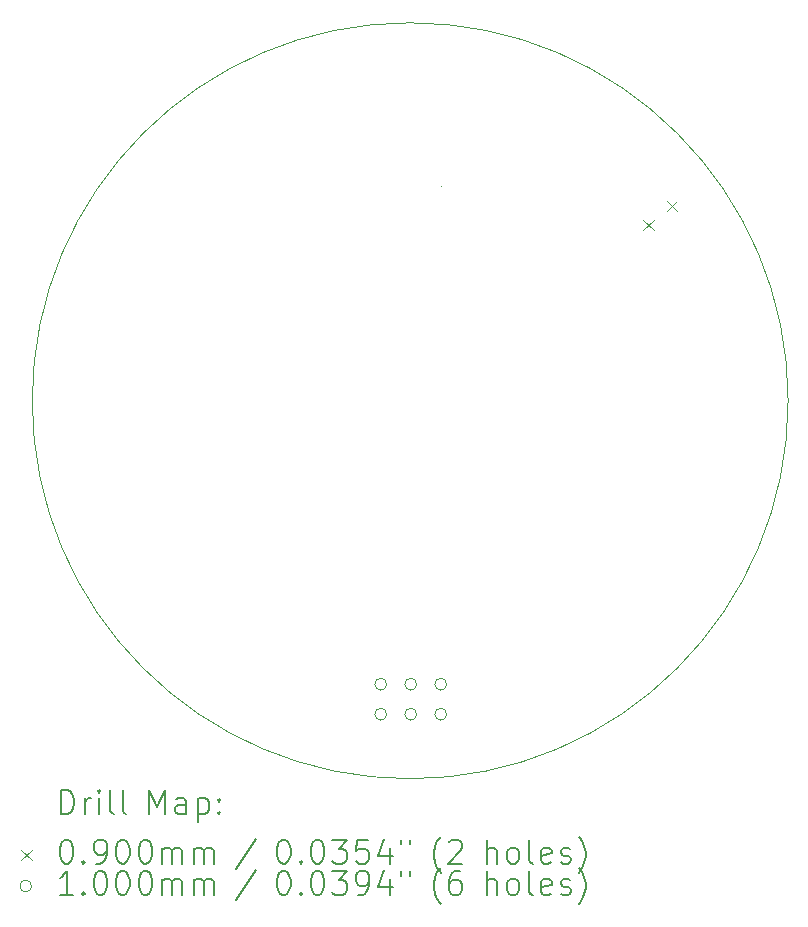
<source format=gbr>
%TF.GenerationSoftware,KiCad,Pcbnew,(6.99.0-2452-gdb4f2d9dd8)*%
%TF.CreationDate,2022-08-01T20:43:09-05:00*%
%TF.ProjectId,HAS,4841532e-6b69-4636-9164-5f7063625858,rev?*%
%TF.SameCoordinates,Original*%
%TF.FileFunction,Drillmap*%
%TF.FilePolarity,Positive*%
%FSLAX45Y45*%
G04 Gerber Fmt 4.5, Leading zero omitted, Abs format (unit mm)*
G04 Created by KiCad (PCBNEW (6.99.0-2452-gdb4f2d9dd8)) date 2022-08-01 20:43:09*
%MOMM*%
%LPD*%
G01*
G04 APERTURE LIST*
%ADD10C,0.100000*%
%ADD11C,0.200000*%
%ADD12C,0.090000*%
G04 APERTURE END LIST*
D10*
X16260000Y-8180000D02*
G75*
G03*
X16260000Y-8180000I0J0D01*
G01*
X19200000Y-10000000D02*
G75*
G03*
X19200000Y-10000000I-3200000J0D01*
G01*
D11*
D12*
X17974594Y-8466633D02*
X18064594Y-8556633D01*
X18064594Y-8466633D02*
X17974594Y-8556633D01*
X18171989Y-8306785D02*
X18261989Y-8396785D01*
X18261989Y-8306785D02*
X18171989Y-8396785D01*
D10*
X15800000Y-12400000D02*
G75*
G03*
X15800000Y-12400000I-50000J0D01*
G01*
X15800000Y-12654000D02*
G75*
G03*
X15800000Y-12654000I-50000J0D01*
G01*
X16054000Y-12400000D02*
G75*
G03*
X16054000Y-12400000I-50000J0D01*
G01*
X16054000Y-12654000D02*
G75*
G03*
X16054000Y-12654000I-50000J0D01*
G01*
X16308000Y-12400000D02*
G75*
G03*
X16308000Y-12400000I-50000J0D01*
G01*
X16308000Y-12654000D02*
G75*
G03*
X16308000Y-12654000I-50000J0D01*
G01*
D11*
X13042619Y-13498476D02*
X13042619Y-13298476D01*
X13042619Y-13298476D02*
X13090238Y-13298476D01*
X13090238Y-13298476D02*
X13118809Y-13308000D01*
X13118809Y-13308000D02*
X13137857Y-13327048D01*
X13137857Y-13327048D02*
X13147381Y-13346095D01*
X13147381Y-13346095D02*
X13156905Y-13384190D01*
X13156905Y-13384190D02*
X13156905Y-13412762D01*
X13156905Y-13412762D02*
X13147381Y-13450857D01*
X13147381Y-13450857D02*
X13137857Y-13469905D01*
X13137857Y-13469905D02*
X13118809Y-13488952D01*
X13118809Y-13488952D02*
X13090238Y-13498476D01*
X13090238Y-13498476D02*
X13042619Y-13498476D01*
X13242619Y-13498476D02*
X13242619Y-13365143D01*
X13242619Y-13403238D02*
X13252143Y-13384190D01*
X13252143Y-13384190D02*
X13261667Y-13374667D01*
X13261667Y-13374667D02*
X13280714Y-13365143D01*
X13280714Y-13365143D02*
X13299762Y-13365143D01*
X13366428Y-13498476D02*
X13366428Y-13365143D01*
X13366428Y-13298476D02*
X13356905Y-13308000D01*
X13356905Y-13308000D02*
X13366428Y-13317524D01*
X13366428Y-13317524D02*
X13375952Y-13308000D01*
X13375952Y-13308000D02*
X13366428Y-13298476D01*
X13366428Y-13298476D02*
X13366428Y-13317524D01*
X13490238Y-13498476D02*
X13471190Y-13488952D01*
X13471190Y-13488952D02*
X13461667Y-13469905D01*
X13461667Y-13469905D02*
X13461667Y-13298476D01*
X13595000Y-13498476D02*
X13575952Y-13488952D01*
X13575952Y-13488952D02*
X13566428Y-13469905D01*
X13566428Y-13469905D02*
X13566428Y-13298476D01*
X13791190Y-13498476D02*
X13791190Y-13298476D01*
X13791190Y-13298476D02*
X13857857Y-13441333D01*
X13857857Y-13441333D02*
X13924524Y-13298476D01*
X13924524Y-13298476D02*
X13924524Y-13498476D01*
X14105476Y-13498476D02*
X14105476Y-13393714D01*
X14105476Y-13393714D02*
X14095952Y-13374667D01*
X14095952Y-13374667D02*
X14076905Y-13365143D01*
X14076905Y-13365143D02*
X14038809Y-13365143D01*
X14038809Y-13365143D02*
X14019762Y-13374667D01*
X14105476Y-13488952D02*
X14086428Y-13498476D01*
X14086428Y-13498476D02*
X14038809Y-13498476D01*
X14038809Y-13498476D02*
X14019762Y-13488952D01*
X14019762Y-13488952D02*
X14010238Y-13469905D01*
X14010238Y-13469905D02*
X14010238Y-13450857D01*
X14010238Y-13450857D02*
X14019762Y-13431809D01*
X14019762Y-13431809D02*
X14038809Y-13422286D01*
X14038809Y-13422286D02*
X14086428Y-13422286D01*
X14086428Y-13422286D02*
X14105476Y-13412762D01*
X14200714Y-13365143D02*
X14200714Y-13565143D01*
X14200714Y-13374667D02*
X14219762Y-13365143D01*
X14219762Y-13365143D02*
X14257857Y-13365143D01*
X14257857Y-13365143D02*
X14276905Y-13374667D01*
X14276905Y-13374667D02*
X14286428Y-13384190D01*
X14286428Y-13384190D02*
X14295952Y-13403238D01*
X14295952Y-13403238D02*
X14295952Y-13460381D01*
X14295952Y-13460381D02*
X14286428Y-13479428D01*
X14286428Y-13479428D02*
X14276905Y-13488952D01*
X14276905Y-13488952D02*
X14257857Y-13498476D01*
X14257857Y-13498476D02*
X14219762Y-13498476D01*
X14219762Y-13498476D02*
X14200714Y-13488952D01*
X14381667Y-13479428D02*
X14391190Y-13488952D01*
X14391190Y-13488952D02*
X14381667Y-13498476D01*
X14381667Y-13498476D02*
X14372143Y-13488952D01*
X14372143Y-13488952D02*
X14381667Y-13479428D01*
X14381667Y-13479428D02*
X14381667Y-13498476D01*
X14381667Y-13374667D02*
X14391190Y-13384190D01*
X14391190Y-13384190D02*
X14381667Y-13393714D01*
X14381667Y-13393714D02*
X14372143Y-13384190D01*
X14372143Y-13384190D02*
X14381667Y-13374667D01*
X14381667Y-13374667D02*
X14381667Y-13393714D01*
D12*
X12705000Y-13800000D02*
X12795000Y-13890000D01*
X12795000Y-13800000D02*
X12705000Y-13890000D01*
D11*
X13080714Y-13718476D02*
X13099762Y-13718476D01*
X13099762Y-13718476D02*
X13118809Y-13728000D01*
X13118809Y-13728000D02*
X13128333Y-13737524D01*
X13128333Y-13737524D02*
X13137857Y-13756571D01*
X13137857Y-13756571D02*
X13147381Y-13794667D01*
X13147381Y-13794667D02*
X13147381Y-13842286D01*
X13147381Y-13842286D02*
X13137857Y-13880381D01*
X13137857Y-13880381D02*
X13128333Y-13899428D01*
X13128333Y-13899428D02*
X13118809Y-13908952D01*
X13118809Y-13908952D02*
X13099762Y-13918476D01*
X13099762Y-13918476D02*
X13080714Y-13918476D01*
X13080714Y-13918476D02*
X13061667Y-13908952D01*
X13061667Y-13908952D02*
X13052143Y-13899428D01*
X13052143Y-13899428D02*
X13042619Y-13880381D01*
X13042619Y-13880381D02*
X13033095Y-13842286D01*
X13033095Y-13842286D02*
X13033095Y-13794667D01*
X13033095Y-13794667D02*
X13042619Y-13756571D01*
X13042619Y-13756571D02*
X13052143Y-13737524D01*
X13052143Y-13737524D02*
X13061667Y-13728000D01*
X13061667Y-13728000D02*
X13080714Y-13718476D01*
X13233095Y-13899428D02*
X13242619Y-13908952D01*
X13242619Y-13908952D02*
X13233095Y-13918476D01*
X13233095Y-13918476D02*
X13223571Y-13908952D01*
X13223571Y-13908952D02*
X13233095Y-13899428D01*
X13233095Y-13899428D02*
X13233095Y-13918476D01*
X13337857Y-13918476D02*
X13375952Y-13918476D01*
X13375952Y-13918476D02*
X13395000Y-13908952D01*
X13395000Y-13908952D02*
X13404524Y-13899428D01*
X13404524Y-13899428D02*
X13423571Y-13870857D01*
X13423571Y-13870857D02*
X13433095Y-13832762D01*
X13433095Y-13832762D02*
X13433095Y-13756571D01*
X13433095Y-13756571D02*
X13423571Y-13737524D01*
X13423571Y-13737524D02*
X13414048Y-13728000D01*
X13414048Y-13728000D02*
X13395000Y-13718476D01*
X13395000Y-13718476D02*
X13356905Y-13718476D01*
X13356905Y-13718476D02*
X13337857Y-13728000D01*
X13337857Y-13728000D02*
X13328333Y-13737524D01*
X13328333Y-13737524D02*
X13318809Y-13756571D01*
X13318809Y-13756571D02*
X13318809Y-13804190D01*
X13318809Y-13804190D02*
X13328333Y-13823238D01*
X13328333Y-13823238D02*
X13337857Y-13832762D01*
X13337857Y-13832762D02*
X13356905Y-13842286D01*
X13356905Y-13842286D02*
X13395000Y-13842286D01*
X13395000Y-13842286D02*
X13414048Y-13832762D01*
X13414048Y-13832762D02*
X13423571Y-13823238D01*
X13423571Y-13823238D02*
X13433095Y-13804190D01*
X13556905Y-13718476D02*
X13575952Y-13718476D01*
X13575952Y-13718476D02*
X13595000Y-13728000D01*
X13595000Y-13728000D02*
X13604524Y-13737524D01*
X13604524Y-13737524D02*
X13614048Y-13756571D01*
X13614048Y-13756571D02*
X13623571Y-13794667D01*
X13623571Y-13794667D02*
X13623571Y-13842286D01*
X13623571Y-13842286D02*
X13614048Y-13880381D01*
X13614048Y-13880381D02*
X13604524Y-13899428D01*
X13604524Y-13899428D02*
X13595000Y-13908952D01*
X13595000Y-13908952D02*
X13575952Y-13918476D01*
X13575952Y-13918476D02*
X13556905Y-13918476D01*
X13556905Y-13918476D02*
X13537857Y-13908952D01*
X13537857Y-13908952D02*
X13528333Y-13899428D01*
X13528333Y-13899428D02*
X13518809Y-13880381D01*
X13518809Y-13880381D02*
X13509286Y-13842286D01*
X13509286Y-13842286D02*
X13509286Y-13794667D01*
X13509286Y-13794667D02*
X13518809Y-13756571D01*
X13518809Y-13756571D02*
X13528333Y-13737524D01*
X13528333Y-13737524D02*
X13537857Y-13728000D01*
X13537857Y-13728000D02*
X13556905Y-13718476D01*
X13747381Y-13718476D02*
X13766429Y-13718476D01*
X13766429Y-13718476D02*
X13785476Y-13728000D01*
X13785476Y-13728000D02*
X13795000Y-13737524D01*
X13795000Y-13737524D02*
X13804524Y-13756571D01*
X13804524Y-13756571D02*
X13814048Y-13794667D01*
X13814048Y-13794667D02*
X13814048Y-13842286D01*
X13814048Y-13842286D02*
X13804524Y-13880381D01*
X13804524Y-13880381D02*
X13795000Y-13899428D01*
X13795000Y-13899428D02*
X13785476Y-13908952D01*
X13785476Y-13908952D02*
X13766429Y-13918476D01*
X13766429Y-13918476D02*
X13747381Y-13918476D01*
X13747381Y-13918476D02*
X13728333Y-13908952D01*
X13728333Y-13908952D02*
X13718809Y-13899428D01*
X13718809Y-13899428D02*
X13709286Y-13880381D01*
X13709286Y-13880381D02*
X13699762Y-13842286D01*
X13699762Y-13842286D02*
X13699762Y-13794667D01*
X13699762Y-13794667D02*
X13709286Y-13756571D01*
X13709286Y-13756571D02*
X13718809Y-13737524D01*
X13718809Y-13737524D02*
X13728333Y-13728000D01*
X13728333Y-13728000D02*
X13747381Y-13718476D01*
X13899762Y-13918476D02*
X13899762Y-13785143D01*
X13899762Y-13804190D02*
X13909286Y-13794667D01*
X13909286Y-13794667D02*
X13928333Y-13785143D01*
X13928333Y-13785143D02*
X13956905Y-13785143D01*
X13956905Y-13785143D02*
X13975952Y-13794667D01*
X13975952Y-13794667D02*
X13985476Y-13813714D01*
X13985476Y-13813714D02*
X13985476Y-13918476D01*
X13985476Y-13813714D02*
X13995000Y-13794667D01*
X13995000Y-13794667D02*
X14014048Y-13785143D01*
X14014048Y-13785143D02*
X14042619Y-13785143D01*
X14042619Y-13785143D02*
X14061667Y-13794667D01*
X14061667Y-13794667D02*
X14071190Y-13813714D01*
X14071190Y-13813714D02*
X14071190Y-13918476D01*
X14166429Y-13918476D02*
X14166429Y-13785143D01*
X14166429Y-13804190D02*
X14175952Y-13794667D01*
X14175952Y-13794667D02*
X14195000Y-13785143D01*
X14195000Y-13785143D02*
X14223571Y-13785143D01*
X14223571Y-13785143D02*
X14242619Y-13794667D01*
X14242619Y-13794667D02*
X14252143Y-13813714D01*
X14252143Y-13813714D02*
X14252143Y-13918476D01*
X14252143Y-13813714D02*
X14261667Y-13794667D01*
X14261667Y-13794667D02*
X14280714Y-13785143D01*
X14280714Y-13785143D02*
X14309286Y-13785143D01*
X14309286Y-13785143D02*
X14328333Y-13794667D01*
X14328333Y-13794667D02*
X14337857Y-13813714D01*
X14337857Y-13813714D02*
X14337857Y-13918476D01*
X14695952Y-13708952D02*
X14524524Y-13966095D01*
X14920714Y-13718476D02*
X14939762Y-13718476D01*
X14939762Y-13718476D02*
X14958810Y-13728000D01*
X14958810Y-13728000D02*
X14968333Y-13737524D01*
X14968333Y-13737524D02*
X14977857Y-13756571D01*
X14977857Y-13756571D02*
X14987381Y-13794667D01*
X14987381Y-13794667D02*
X14987381Y-13842286D01*
X14987381Y-13842286D02*
X14977857Y-13880381D01*
X14977857Y-13880381D02*
X14968333Y-13899428D01*
X14968333Y-13899428D02*
X14958810Y-13908952D01*
X14958810Y-13908952D02*
X14939762Y-13918476D01*
X14939762Y-13918476D02*
X14920714Y-13918476D01*
X14920714Y-13918476D02*
X14901667Y-13908952D01*
X14901667Y-13908952D02*
X14892143Y-13899428D01*
X14892143Y-13899428D02*
X14882619Y-13880381D01*
X14882619Y-13880381D02*
X14873095Y-13842286D01*
X14873095Y-13842286D02*
X14873095Y-13794667D01*
X14873095Y-13794667D02*
X14882619Y-13756571D01*
X14882619Y-13756571D02*
X14892143Y-13737524D01*
X14892143Y-13737524D02*
X14901667Y-13728000D01*
X14901667Y-13728000D02*
X14920714Y-13718476D01*
X15073095Y-13899428D02*
X15082619Y-13908952D01*
X15082619Y-13908952D02*
X15073095Y-13918476D01*
X15073095Y-13918476D02*
X15063571Y-13908952D01*
X15063571Y-13908952D02*
X15073095Y-13899428D01*
X15073095Y-13899428D02*
X15073095Y-13918476D01*
X15206429Y-13718476D02*
X15225476Y-13718476D01*
X15225476Y-13718476D02*
X15244524Y-13728000D01*
X15244524Y-13728000D02*
X15254048Y-13737524D01*
X15254048Y-13737524D02*
X15263571Y-13756571D01*
X15263571Y-13756571D02*
X15273095Y-13794667D01*
X15273095Y-13794667D02*
X15273095Y-13842286D01*
X15273095Y-13842286D02*
X15263571Y-13880381D01*
X15263571Y-13880381D02*
X15254048Y-13899428D01*
X15254048Y-13899428D02*
X15244524Y-13908952D01*
X15244524Y-13908952D02*
X15225476Y-13918476D01*
X15225476Y-13918476D02*
X15206429Y-13918476D01*
X15206429Y-13918476D02*
X15187381Y-13908952D01*
X15187381Y-13908952D02*
X15177857Y-13899428D01*
X15177857Y-13899428D02*
X15168333Y-13880381D01*
X15168333Y-13880381D02*
X15158810Y-13842286D01*
X15158810Y-13842286D02*
X15158810Y-13794667D01*
X15158810Y-13794667D02*
X15168333Y-13756571D01*
X15168333Y-13756571D02*
X15177857Y-13737524D01*
X15177857Y-13737524D02*
X15187381Y-13728000D01*
X15187381Y-13728000D02*
X15206429Y-13718476D01*
X15339762Y-13718476D02*
X15463571Y-13718476D01*
X15463571Y-13718476D02*
X15396905Y-13794667D01*
X15396905Y-13794667D02*
X15425476Y-13794667D01*
X15425476Y-13794667D02*
X15444524Y-13804190D01*
X15444524Y-13804190D02*
X15454048Y-13813714D01*
X15454048Y-13813714D02*
X15463571Y-13832762D01*
X15463571Y-13832762D02*
X15463571Y-13880381D01*
X15463571Y-13880381D02*
X15454048Y-13899428D01*
X15454048Y-13899428D02*
X15444524Y-13908952D01*
X15444524Y-13908952D02*
X15425476Y-13918476D01*
X15425476Y-13918476D02*
X15368333Y-13918476D01*
X15368333Y-13918476D02*
X15349286Y-13908952D01*
X15349286Y-13908952D02*
X15339762Y-13899428D01*
X15644524Y-13718476D02*
X15549286Y-13718476D01*
X15549286Y-13718476D02*
X15539762Y-13813714D01*
X15539762Y-13813714D02*
X15549286Y-13804190D01*
X15549286Y-13804190D02*
X15568333Y-13794667D01*
X15568333Y-13794667D02*
X15615952Y-13794667D01*
X15615952Y-13794667D02*
X15635000Y-13804190D01*
X15635000Y-13804190D02*
X15644524Y-13813714D01*
X15644524Y-13813714D02*
X15654048Y-13832762D01*
X15654048Y-13832762D02*
X15654048Y-13880381D01*
X15654048Y-13880381D02*
X15644524Y-13899428D01*
X15644524Y-13899428D02*
X15635000Y-13908952D01*
X15635000Y-13908952D02*
X15615952Y-13918476D01*
X15615952Y-13918476D02*
X15568333Y-13918476D01*
X15568333Y-13918476D02*
X15549286Y-13908952D01*
X15549286Y-13908952D02*
X15539762Y-13899428D01*
X15825476Y-13785143D02*
X15825476Y-13918476D01*
X15777857Y-13708952D02*
X15730238Y-13851809D01*
X15730238Y-13851809D02*
X15854048Y-13851809D01*
X15920714Y-13718476D02*
X15920714Y-13756571D01*
X15996905Y-13718476D02*
X15996905Y-13756571D01*
X16259762Y-13994667D02*
X16250238Y-13985143D01*
X16250238Y-13985143D02*
X16231191Y-13956571D01*
X16231191Y-13956571D02*
X16221667Y-13937524D01*
X16221667Y-13937524D02*
X16212143Y-13908952D01*
X16212143Y-13908952D02*
X16202619Y-13861333D01*
X16202619Y-13861333D02*
X16202619Y-13823238D01*
X16202619Y-13823238D02*
X16212143Y-13775619D01*
X16212143Y-13775619D02*
X16221667Y-13747048D01*
X16221667Y-13747048D02*
X16231191Y-13728000D01*
X16231191Y-13728000D02*
X16250238Y-13699428D01*
X16250238Y-13699428D02*
X16259762Y-13689905D01*
X16326429Y-13737524D02*
X16335952Y-13728000D01*
X16335952Y-13728000D02*
X16355000Y-13718476D01*
X16355000Y-13718476D02*
X16402619Y-13718476D01*
X16402619Y-13718476D02*
X16421667Y-13728000D01*
X16421667Y-13728000D02*
X16431191Y-13737524D01*
X16431191Y-13737524D02*
X16440714Y-13756571D01*
X16440714Y-13756571D02*
X16440714Y-13775619D01*
X16440714Y-13775619D02*
X16431191Y-13804190D01*
X16431191Y-13804190D02*
X16316905Y-13918476D01*
X16316905Y-13918476D02*
X16440714Y-13918476D01*
X16646429Y-13918476D02*
X16646429Y-13718476D01*
X16732143Y-13918476D02*
X16732143Y-13813714D01*
X16732143Y-13813714D02*
X16722619Y-13794667D01*
X16722619Y-13794667D02*
X16703572Y-13785143D01*
X16703572Y-13785143D02*
X16675000Y-13785143D01*
X16675000Y-13785143D02*
X16655952Y-13794667D01*
X16655952Y-13794667D02*
X16646429Y-13804190D01*
X16855953Y-13918476D02*
X16836905Y-13908952D01*
X16836905Y-13908952D02*
X16827381Y-13899428D01*
X16827381Y-13899428D02*
X16817857Y-13880381D01*
X16817857Y-13880381D02*
X16817857Y-13823238D01*
X16817857Y-13823238D02*
X16827381Y-13804190D01*
X16827381Y-13804190D02*
X16836905Y-13794667D01*
X16836905Y-13794667D02*
X16855953Y-13785143D01*
X16855953Y-13785143D02*
X16884524Y-13785143D01*
X16884524Y-13785143D02*
X16903572Y-13794667D01*
X16903572Y-13794667D02*
X16913095Y-13804190D01*
X16913095Y-13804190D02*
X16922619Y-13823238D01*
X16922619Y-13823238D02*
X16922619Y-13880381D01*
X16922619Y-13880381D02*
X16913095Y-13899428D01*
X16913095Y-13899428D02*
X16903572Y-13908952D01*
X16903572Y-13908952D02*
X16884524Y-13918476D01*
X16884524Y-13918476D02*
X16855953Y-13918476D01*
X17036905Y-13918476D02*
X17017857Y-13908952D01*
X17017857Y-13908952D02*
X17008334Y-13889905D01*
X17008334Y-13889905D02*
X17008334Y-13718476D01*
X17189286Y-13908952D02*
X17170238Y-13918476D01*
X17170238Y-13918476D02*
X17132143Y-13918476D01*
X17132143Y-13918476D02*
X17113095Y-13908952D01*
X17113095Y-13908952D02*
X17103572Y-13889905D01*
X17103572Y-13889905D02*
X17103572Y-13813714D01*
X17103572Y-13813714D02*
X17113095Y-13794667D01*
X17113095Y-13794667D02*
X17132143Y-13785143D01*
X17132143Y-13785143D02*
X17170238Y-13785143D01*
X17170238Y-13785143D02*
X17189286Y-13794667D01*
X17189286Y-13794667D02*
X17198810Y-13813714D01*
X17198810Y-13813714D02*
X17198810Y-13832762D01*
X17198810Y-13832762D02*
X17103572Y-13851809D01*
X17275000Y-13908952D02*
X17294048Y-13918476D01*
X17294048Y-13918476D02*
X17332143Y-13918476D01*
X17332143Y-13918476D02*
X17351191Y-13908952D01*
X17351191Y-13908952D02*
X17360715Y-13889905D01*
X17360715Y-13889905D02*
X17360715Y-13880381D01*
X17360715Y-13880381D02*
X17351191Y-13861333D01*
X17351191Y-13861333D02*
X17332143Y-13851809D01*
X17332143Y-13851809D02*
X17303572Y-13851809D01*
X17303572Y-13851809D02*
X17284524Y-13842286D01*
X17284524Y-13842286D02*
X17275000Y-13823238D01*
X17275000Y-13823238D02*
X17275000Y-13813714D01*
X17275000Y-13813714D02*
X17284524Y-13794667D01*
X17284524Y-13794667D02*
X17303572Y-13785143D01*
X17303572Y-13785143D02*
X17332143Y-13785143D01*
X17332143Y-13785143D02*
X17351191Y-13794667D01*
X17427381Y-13994667D02*
X17436905Y-13985143D01*
X17436905Y-13985143D02*
X17455953Y-13956571D01*
X17455953Y-13956571D02*
X17465476Y-13937524D01*
X17465476Y-13937524D02*
X17475000Y-13908952D01*
X17475000Y-13908952D02*
X17484524Y-13861333D01*
X17484524Y-13861333D02*
X17484524Y-13823238D01*
X17484524Y-13823238D02*
X17475000Y-13775619D01*
X17475000Y-13775619D02*
X17465476Y-13747048D01*
X17465476Y-13747048D02*
X17455953Y-13728000D01*
X17455953Y-13728000D02*
X17436905Y-13699428D01*
X17436905Y-13699428D02*
X17427381Y-13689905D01*
D10*
X12795000Y-14109000D02*
G75*
G03*
X12795000Y-14109000I-50000J0D01*
G01*
D11*
X13147381Y-14182476D02*
X13033095Y-14182476D01*
X13090238Y-14182476D02*
X13090238Y-13982476D01*
X13090238Y-13982476D02*
X13071190Y-14011048D01*
X13071190Y-14011048D02*
X13052143Y-14030095D01*
X13052143Y-14030095D02*
X13033095Y-14039619D01*
X13233095Y-14163428D02*
X13242619Y-14172952D01*
X13242619Y-14172952D02*
X13233095Y-14182476D01*
X13233095Y-14182476D02*
X13223571Y-14172952D01*
X13223571Y-14172952D02*
X13233095Y-14163428D01*
X13233095Y-14163428D02*
X13233095Y-14182476D01*
X13366428Y-13982476D02*
X13385476Y-13982476D01*
X13385476Y-13982476D02*
X13404524Y-13992000D01*
X13404524Y-13992000D02*
X13414048Y-14001524D01*
X13414048Y-14001524D02*
X13423571Y-14020571D01*
X13423571Y-14020571D02*
X13433095Y-14058667D01*
X13433095Y-14058667D02*
X13433095Y-14106286D01*
X13433095Y-14106286D02*
X13423571Y-14144381D01*
X13423571Y-14144381D02*
X13414048Y-14163428D01*
X13414048Y-14163428D02*
X13404524Y-14172952D01*
X13404524Y-14172952D02*
X13385476Y-14182476D01*
X13385476Y-14182476D02*
X13366428Y-14182476D01*
X13366428Y-14182476D02*
X13347381Y-14172952D01*
X13347381Y-14172952D02*
X13337857Y-14163428D01*
X13337857Y-14163428D02*
X13328333Y-14144381D01*
X13328333Y-14144381D02*
X13318809Y-14106286D01*
X13318809Y-14106286D02*
X13318809Y-14058667D01*
X13318809Y-14058667D02*
X13328333Y-14020571D01*
X13328333Y-14020571D02*
X13337857Y-14001524D01*
X13337857Y-14001524D02*
X13347381Y-13992000D01*
X13347381Y-13992000D02*
X13366428Y-13982476D01*
X13556905Y-13982476D02*
X13575952Y-13982476D01*
X13575952Y-13982476D02*
X13595000Y-13992000D01*
X13595000Y-13992000D02*
X13604524Y-14001524D01*
X13604524Y-14001524D02*
X13614048Y-14020571D01*
X13614048Y-14020571D02*
X13623571Y-14058667D01*
X13623571Y-14058667D02*
X13623571Y-14106286D01*
X13623571Y-14106286D02*
X13614048Y-14144381D01*
X13614048Y-14144381D02*
X13604524Y-14163428D01*
X13604524Y-14163428D02*
X13595000Y-14172952D01*
X13595000Y-14172952D02*
X13575952Y-14182476D01*
X13575952Y-14182476D02*
X13556905Y-14182476D01*
X13556905Y-14182476D02*
X13537857Y-14172952D01*
X13537857Y-14172952D02*
X13528333Y-14163428D01*
X13528333Y-14163428D02*
X13518809Y-14144381D01*
X13518809Y-14144381D02*
X13509286Y-14106286D01*
X13509286Y-14106286D02*
X13509286Y-14058667D01*
X13509286Y-14058667D02*
X13518809Y-14020571D01*
X13518809Y-14020571D02*
X13528333Y-14001524D01*
X13528333Y-14001524D02*
X13537857Y-13992000D01*
X13537857Y-13992000D02*
X13556905Y-13982476D01*
X13747381Y-13982476D02*
X13766429Y-13982476D01*
X13766429Y-13982476D02*
X13785476Y-13992000D01*
X13785476Y-13992000D02*
X13795000Y-14001524D01*
X13795000Y-14001524D02*
X13804524Y-14020571D01*
X13804524Y-14020571D02*
X13814048Y-14058667D01*
X13814048Y-14058667D02*
X13814048Y-14106286D01*
X13814048Y-14106286D02*
X13804524Y-14144381D01*
X13804524Y-14144381D02*
X13795000Y-14163428D01*
X13795000Y-14163428D02*
X13785476Y-14172952D01*
X13785476Y-14172952D02*
X13766429Y-14182476D01*
X13766429Y-14182476D02*
X13747381Y-14182476D01*
X13747381Y-14182476D02*
X13728333Y-14172952D01*
X13728333Y-14172952D02*
X13718809Y-14163428D01*
X13718809Y-14163428D02*
X13709286Y-14144381D01*
X13709286Y-14144381D02*
X13699762Y-14106286D01*
X13699762Y-14106286D02*
X13699762Y-14058667D01*
X13699762Y-14058667D02*
X13709286Y-14020571D01*
X13709286Y-14020571D02*
X13718809Y-14001524D01*
X13718809Y-14001524D02*
X13728333Y-13992000D01*
X13728333Y-13992000D02*
X13747381Y-13982476D01*
X13899762Y-14182476D02*
X13899762Y-14049143D01*
X13899762Y-14068190D02*
X13909286Y-14058667D01*
X13909286Y-14058667D02*
X13928333Y-14049143D01*
X13928333Y-14049143D02*
X13956905Y-14049143D01*
X13956905Y-14049143D02*
X13975952Y-14058667D01*
X13975952Y-14058667D02*
X13985476Y-14077714D01*
X13985476Y-14077714D02*
X13985476Y-14182476D01*
X13985476Y-14077714D02*
X13995000Y-14058667D01*
X13995000Y-14058667D02*
X14014048Y-14049143D01*
X14014048Y-14049143D02*
X14042619Y-14049143D01*
X14042619Y-14049143D02*
X14061667Y-14058667D01*
X14061667Y-14058667D02*
X14071190Y-14077714D01*
X14071190Y-14077714D02*
X14071190Y-14182476D01*
X14166429Y-14182476D02*
X14166429Y-14049143D01*
X14166429Y-14068190D02*
X14175952Y-14058667D01*
X14175952Y-14058667D02*
X14195000Y-14049143D01*
X14195000Y-14049143D02*
X14223571Y-14049143D01*
X14223571Y-14049143D02*
X14242619Y-14058667D01*
X14242619Y-14058667D02*
X14252143Y-14077714D01*
X14252143Y-14077714D02*
X14252143Y-14182476D01*
X14252143Y-14077714D02*
X14261667Y-14058667D01*
X14261667Y-14058667D02*
X14280714Y-14049143D01*
X14280714Y-14049143D02*
X14309286Y-14049143D01*
X14309286Y-14049143D02*
X14328333Y-14058667D01*
X14328333Y-14058667D02*
X14337857Y-14077714D01*
X14337857Y-14077714D02*
X14337857Y-14182476D01*
X14695952Y-13972952D02*
X14524524Y-14230095D01*
X14920714Y-13982476D02*
X14939762Y-13982476D01*
X14939762Y-13982476D02*
X14958810Y-13992000D01*
X14958810Y-13992000D02*
X14968333Y-14001524D01*
X14968333Y-14001524D02*
X14977857Y-14020571D01*
X14977857Y-14020571D02*
X14987381Y-14058667D01*
X14987381Y-14058667D02*
X14987381Y-14106286D01*
X14987381Y-14106286D02*
X14977857Y-14144381D01*
X14977857Y-14144381D02*
X14968333Y-14163428D01*
X14968333Y-14163428D02*
X14958810Y-14172952D01*
X14958810Y-14172952D02*
X14939762Y-14182476D01*
X14939762Y-14182476D02*
X14920714Y-14182476D01*
X14920714Y-14182476D02*
X14901667Y-14172952D01*
X14901667Y-14172952D02*
X14892143Y-14163428D01*
X14892143Y-14163428D02*
X14882619Y-14144381D01*
X14882619Y-14144381D02*
X14873095Y-14106286D01*
X14873095Y-14106286D02*
X14873095Y-14058667D01*
X14873095Y-14058667D02*
X14882619Y-14020571D01*
X14882619Y-14020571D02*
X14892143Y-14001524D01*
X14892143Y-14001524D02*
X14901667Y-13992000D01*
X14901667Y-13992000D02*
X14920714Y-13982476D01*
X15073095Y-14163428D02*
X15082619Y-14172952D01*
X15082619Y-14172952D02*
X15073095Y-14182476D01*
X15073095Y-14182476D02*
X15063571Y-14172952D01*
X15063571Y-14172952D02*
X15073095Y-14163428D01*
X15073095Y-14163428D02*
X15073095Y-14182476D01*
X15206429Y-13982476D02*
X15225476Y-13982476D01*
X15225476Y-13982476D02*
X15244524Y-13992000D01*
X15244524Y-13992000D02*
X15254048Y-14001524D01*
X15254048Y-14001524D02*
X15263571Y-14020571D01*
X15263571Y-14020571D02*
X15273095Y-14058667D01*
X15273095Y-14058667D02*
X15273095Y-14106286D01*
X15273095Y-14106286D02*
X15263571Y-14144381D01*
X15263571Y-14144381D02*
X15254048Y-14163428D01*
X15254048Y-14163428D02*
X15244524Y-14172952D01*
X15244524Y-14172952D02*
X15225476Y-14182476D01*
X15225476Y-14182476D02*
X15206429Y-14182476D01*
X15206429Y-14182476D02*
X15187381Y-14172952D01*
X15187381Y-14172952D02*
X15177857Y-14163428D01*
X15177857Y-14163428D02*
X15168333Y-14144381D01*
X15168333Y-14144381D02*
X15158810Y-14106286D01*
X15158810Y-14106286D02*
X15158810Y-14058667D01*
X15158810Y-14058667D02*
X15168333Y-14020571D01*
X15168333Y-14020571D02*
X15177857Y-14001524D01*
X15177857Y-14001524D02*
X15187381Y-13992000D01*
X15187381Y-13992000D02*
X15206429Y-13982476D01*
X15339762Y-13982476D02*
X15463571Y-13982476D01*
X15463571Y-13982476D02*
X15396905Y-14058667D01*
X15396905Y-14058667D02*
X15425476Y-14058667D01*
X15425476Y-14058667D02*
X15444524Y-14068190D01*
X15444524Y-14068190D02*
X15454048Y-14077714D01*
X15454048Y-14077714D02*
X15463571Y-14096762D01*
X15463571Y-14096762D02*
X15463571Y-14144381D01*
X15463571Y-14144381D02*
X15454048Y-14163428D01*
X15454048Y-14163428D02*
X15444524Y-14172952D01*
X15444524Y-14172952D02*
X15425476Y-14182476D01*
X15425476Y-14182476D02*
X15368333Y-14182476D01*
X15368333Y-14182476D02*
X15349286Y-14172952D01*
X15349286Y-14172952D02*
X15339762Y-14163428D01*
X15558810Y-14182476D02*
X15596905Y-14182476D01*
X15596905Y-14182476D02*
X15615952Y-14172952D01*
X15615952Y-14172952D02*
X15625476Y-14163428D01*
X15625476Y-14163428D02*
X15644524Y-14134857D01*
X15644524Y-14134857D02*
X15654048Y-14096762D01*
X15654048Y-14096762D02*
X15654048Y-14020571D01*
X15654048Y-14020571D02*
X15644524Y-14001524D01*
X15644524Y-14001524D02*
X15635000Y-13992000D01*
X15635000Y-13992000D02*
X15615952Y-13982476D01*
X15615952Y-13982476D02*
X15577857Y-13982476D01*
X15577857Y-13982476D02*
X15558810Y-13992000D01*
X15558810Y-13992000D02*
X15549286Y-14001524D01*
X15549286Y-14001524D02*
X15539762Y-14020571D01*
X15539762Y-14020571D02*
X15539762Y-14068190D01*
X15539762Y-14068190D02*
X15549286Y-14087238D01*
X15549286Y-14087238D02*
X15558810Y-14096762D01*
X15558810Y-14096762D02*
X15577857Y-14106286D01*
X15577857Y-14106286D02*
X15615952Y-14106286D01*
X15615952Y-14106286D02*
X15635000Y-14096762D01*
X15635000Y-14096762D02*
X15644524Y-14087238D01*
X15644524Y-14087238D02*
X15654048Y-14068190D01*
X15825476Y-14049143D02*
X15825476Y-14182476D01*
X15777857Y-13972952D02*
X15730238Y-14115809D01*
X15730238Y-14115809D02*
X15854048Y-14115809D01*
X15920714Y-13982476D02*
X15920714Y-14020571D01*
X15996905Y-13982476D02*
X15996905Y-14020571D01*
X16259762Y-14258667D02*
X16250238Y-14249143D01*
X16250238Y-14249143D02*
X16231191Y-14220571D01*
X16231191Y-14220571D02*
X16221667Y-14201524D01*
X16221667Y-14201524D02*
X16212143Y-14172952D01*
X16212143Y-14172952D02*
X16202619Y-14125333D01*
X16202619Y-14125333D02*
X16202619Y-14087238D01*
X16202619Y-14087238D02*
X16212143Y-14039619D01*
X16212143Y-14039619D02*
X16221667Y-14011048D01*
X16221667Y-14011048D02*
X16231191Y-13992000D01*
X16231191Y-13992000D02*
X16250238Y-13963428D01*
X16250238Y-13963428D02*
X16259762Y-13953905D01*
X16421667Y-13982476D02*
X16383571Y-13982476D01*
X16383571Y-13982476D02*
X16364524Y-13992000D01*
X16364524Y-13992000D02*
X16355000Y-14001524D01*
X16355000Y-14001524D02*
X16335952Y-14030095D01*
X16335952Y-14030095D02*
X16326429Y-14068190D01*
X16326429Y-14068190D02*
X16326429Y-14144381D01*
X16326429Y-14144381D02*
X16335952Y-14163428D01*
X16335952Y-14163428D02*
X16345476Y-14172952D01*
X16345476Y-14172952D02*
X16364524Y-14182476D01*
X16364524Y-14182476D02*
X16402619Y-14182476D01*
X16402619Y-14182476D02*
X16421667Y-14172952D01*
X16421667Y-14172952D02*
X16431191Y-14163428D01*
X16431191Y-14163428D02*
X16440714Y-14144381D01*
X16440714Y-14144381D02*
X16440714Y-14096762D01*
X16440714Y-14096762D02*
X16431191Y-14077714D01*
X16431191Y-14077714D02*
X16421667Y-14068190D01*
X16421667Y-14068190D02*
X16402619Y-14058667D01*
X16402619Y-14058667D02*
X16364524Y-14058667D01*
X16364524Y-14058667D02*
X16345476Y-14068190D01*
X16345476Y-14068190D02*
X16335952Y-14077714D01*
X16335952Y-14077714D02*
X16326429Y-14096762D01*
X16646429Y-14182476D02*
X16646429Y-13982476D01*
X16732143Y-14182476D02*
X16732143Y-14077714D01*
X16732143Y-14077714D02*
X16722619Y-14058667D01*
X16722619Y-14058667D02*
X16703572Y-14049143D01*
X16703572Y-14049143D02*
X16675000Y-14049143D01*
X16675000Y-14049143D02*
X16655952Y-14058667D01*
X16655952Y-14058667D02*
X16646429Y-14068190D01*
X16855953Y-14182476D02*
X16836905Y-14172952D01*
X16836905Y-14172952D02*
X16827381Y-14163428D01*
X16827381Y-14163428D02*
X16817857Y-14144381D01*
X16817857Y-14144381D02*
X16817857Y-14087238D01*
X16817857Y-14087238D02*
X16827381Y-14068190D01*
X16827381Y-14068190D02*
X16836905Y-14058667D01*
X16836905Y-14058667D02*
X16855953Y-14049143D01*
X16855953Y-14049143D02*
X16884524Y-14049143D01*
X16884524Y-14049143D02*
X16903572Y-14058667D01*
X16903572Y-14058667D02*
X16913095Y-14068190D01*
X16913095Y-14068190D02*
X16922619Y-14087238D01*
X16922619Y-14087238D02*
X16922619Y-14144381D01*
X16922619Y-14144381D02*
X16913095Y-14163428D01*
X16913095Y-14163428D02*
X16903572Y-14172952D01*
X16903572Y-14172952D02*
X16884524Y-14182476D01*
X16884524Y-14182476D02*
X16855953Y-14182476D01*
X17036905Y-14182476D02*
X17017857Y-14172952D01*
X17017857Y-14172952D02*
X17008334Y-14153905D01*
X17008334Y-14153905D02*
X17008334Y-13982476D01*
X17189286Y-14172952D02*
X17170238Y-14182476D01*
X17170238Y-14182476D02*
X17132143Y-14182476D01*
X17132143Y-14182476D02*
X17113095Y-14172952D01*
X17113095Y-14172952D02*
X17103572Y-14153905D01*
X17103572Y-14153905D02*
X17103572Y-14077714D01*
X17103572Y-14077714D02*
X17113095Y-14058667D01*
X17113095Y-14058667D02*
X17132143Y-14049143D01*
X17132143Y-14049143D02*
X17170238Y-14049143D01*
X17170238Y-14049143D02*
X17189286Y-14058667D01*
X17189286Y-14058667D02*
X17198810Y-14077714D01*
X17198810Y-14077714D02*
X17198810Y-14096762D01*
X17198810Y-14096762D02*
X17103572Y-14115809D01*
X17275000Y-14172952D02*
X17294048Y-14182476D01*
X17294048Y-14182476D02*
X17332143Y-14182476D01*
X17332143Y-14182476D02*
X17351191Y-14172952D01*
X17351191Y-14172952D02*
X17360715Y-14153905D01*
X17360715Y-14153905D02*
X17360715Y-14144381D01*
X17360715Y-14144381D02*
X17351191Y-14125333D01*
X17351191Y-14125333D02*
X17332143Y-14115809D01*
X17332143Y-14115809D02*
X17303572Y-14115809D01*
X17303572Y-14115809D02*
X17284524Y-14106286D01*
X17284524Y-14106286D02*
X17275000Y-14087238D01*
X17275000Y-14087238D02*
X17275000Y-14077714D01*
X17275000Y-14077714D02*
X17284524Y-14058667D01*
X17284524Y-14058667D02*
X17303572Y-14049143D01*
X17303572Y-14049143D02*
X17332143Y-14049143D01*
X17332143Y-14049143D02*
X17351191Y-14058667D01*
X17427381Y-14258667D02*
X17436905Y-14249143D01*
X17436905Y-14249143D02*
X17455953Y-14220571D01*
X17455953Y-14220571D02*
X17465476Y-14201524D01*
X17465476Y-14201524D02*
X17475000Y-14172952D01*
X17475000Y-14172952D02*
X17484524Y-14125333D01*
X17484524Y-14125333D02*
X17484524Y-14087238D01*
X17484524Y-14087238D02*
X17475000Y-14039619D01*
X17475000Y-14039619D02*
X17465476Y-14011048D01*
X17465476Y-14011048D02*
X17455953Y-13992000D01*
X17455953Y-13992000D02*
X17436905Y-13963428D01*
X17436905Y-13963428D02*
X17427381Y-13953905D01*
M02*

</source>
